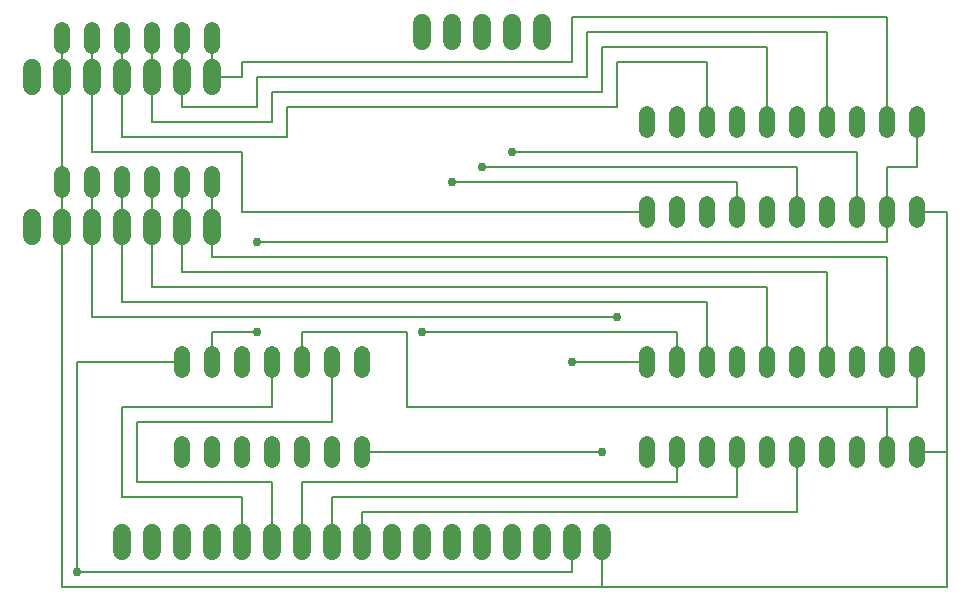
<source format=gbr>
G04 EAGLE Gerber RS-274X export*
G75*
%MOMM*%
%FSLAX34Y34*%
%LPD*%
%INTop Copper*%
%IPPOS*%
%AMOC8*
5,1,8,0,0,1.08239X$1,22.5*%
G01*
%ADD10C,1.320800*%
%ADD11C,1.524000*%
%ADD12C,0.152400*%
%ADD13C,0.756400*%


D10*
X101600Y348996D02*
X101600Y362204D01*
X127000Y362204D02*
X127000Y348996D01*
X152400Y348996D02*
X152400Y362204D01*
X177800Y362204D02*
X177800Y348996D01*
X203200Y348996D02*
X203200Y362204D01*
X228600Y362204D02*
X228600Y348996D01*
X101600Y470916D02*
X101600Y484124D01*
X127000Y484124D02*
X127000Y470916D01*
X152400Y470916D02*
X152400Y484124D01*
X177800Y484124D02*
X177800Y470916D01*
X203200Y470916D02*
X203200Y484124D01*
X228600Y484124D02*
X228600Y470916D01*
X825500Y413004D02*
X825500Y399796D01*
X800100Y399796D02*
X800100Y413004D01*
X673100Y413004D02*
X673100Y399796D01*
X647700Y399796D02*
X647700Y413004D01*
X774700Y413004D02*
X774700Y399796D01*
X749300Y399796D02*
X749300Y413004D01*
X698500Y413004D02*
X698500Y399796D01*
X723900Y399796D02*
X723900Y413004D01*
X622300Y413004D02*
X622300Y399796D01*
X596900Y399796D02*
X596900Y413004D01*
X596900Y336804D02*
X596900Y323596D01*
X622300Y323596D02*
X622300Y336804D01*
X647700Y336804D02*
X647700Y323596D01*
X673100Y323596D02*
X673100Y336804D01*
X698500Y336804D02*
X698500Y323596D01*
X723900Y323596D02*
X723900Y336804D01*
X749300Y336804D02*
X749300Y323596D01*
X774700Y323596D02*
X774700Y336804D01*
X800100Y336804D02*
X800100Y323596D01*
X825500Y323596D02*
X825500Y336804D01*
X355600Y209804D02*
X355600Y196596D01*
X330200Y196596D02*
X330200Y209804D01*
X203200Y209804D02*
X203200Y196596D01*
X203200Y133604D02*
X203200Y120396D01*
X304800Y196596D02*
X304800Y209804D01*
X279400Y209804D02*
X279400Y196596D01*
X228600Y196596D02*
X228600Y209804D01*
X254000Y209804D02*
X254000Y196596D01*
X228600Y133604D02*
X228600Y120396D01*
X254000Y120396D02*
X254000Y133604D01*
X279400Y133604D02*
X279400Y120396D01*
X304800Y120396D02*
X304800Y133604D01*
X330200Y133604D02*
X330200Y120396D01*
X355600Y120396D02*
X355600Y133604D01*
X825500Y196596D02*
X825500Y209804D01*
X800100Y209804D02*
X800100Y196596D01*
X673100Y196596D02*
X673100Y209804D01*
X647700Y209804D02*
X647700Y196596D01*
X774700Y196596D02*
X774700Y209804D01*
X749300Y209804D02*
X749300Y196596D01*
X698500Y196596D02*
X698500Y209804D01*
X723900Y209804D02*
X723900Y196596D01*
X622300Y196596D02*
X622300Y209804D01*
X596900Y209804D02*
X596900Y196596D01*
X596900Y133604D02*
X596900Y120396D01*
X622300Y120396D02*
X622300Y133604D01*
X647700Y133604D02*
X647700Y120396D01*
X673100Y120396D02*
X673100Y133604D01*
X698500Y133604D02*
X698500Y120396D01*
X723900Y120396D02*
X723900Y133604D01*
X749300Y133604D02*
X749300Y120396D01*
X774700Y120396D02*
X774700Y133604D01*
X800100Y133604D02*
X800100Y120396D01*
X825500Y120396D02*
X825500Y133604D01*
D11*
X152400Y58420D02*
X152400Y43180D01*
X177800Y43180D02*
X177800Y58420D01*
X203200Y58420D02*
X203200Y43180D01*
X228600Y43180D02*
X228600Y58420D01*
X254000Y58420D02*
X254000Y43180D01*
X279400Y43180D02*
X279400Y58420D01*
X304800Y58420D02*
X304800Y43180D01*
X330200Y43180D02*
X330200Y58420D01*
X355600Y58420D02*
X355600Y43180D01*
X381000Y43180D02*
X381000Y58420D01*
X406400Y58420D02*
X406400Y43180D01*
X431800Y43180D02*
X431800Y58420D01*
X457200Y58420D02*
X457200Y43180D01*
X482600Y43180D02*
X482600Y58420D01*
X508000Y58420D02*
X508000Y43180D01*
X533400Y43180D02*
X533400Y58420D01*
X558800Y58420D02*
X558800Y43180D01*
X406400Y474980D02*
X406400Y490220D01*
X431800Y490220D02*
X431800Y474980D01*
X457200Y474980D02*
X457200Y490220D01*
X482600Y490220D02*
X482600Y474980D01*
X508000Y474980D02*
X508000Y490220D01*
X76200Y452120D02*
X76200Y436880D01*
X101600Y436880D02*
X101600Y452120D01*
X127000Y452120D02*
X127000Y436880D01*
X152400Y436880D02*
X152400Y452120D01*
X177800Y452120D02*
X177800Y436880D01*
X203200Y436880D02*
X203200Y452120D01*
X228600Y452120D02*
X228600Y436880D01*
X76200Y325120D02*
X76200Y309880D01*
X101600Y309880D02*
X101600Y325120D01*
X127000Y325120D02*
X127000Y309880D01*
X152400Y309880D02*
X152400Y325120D01*
X177800Y325120D02*
X177800Y309880D01*
X203200Y309880D02*
X203200Y325120D01*
X228600Y325120D02*
X228600Y309880D01*
D12*
X279400Y203200D02*
X279400Y165100D01*
X152400Y165100D01*
X152400Y88900D01*
X254000Y88900D01*
X254000Y50800D01*
X330200Y152400D02*
X330200Y203200D01*
X330200Y152400D02*
X165100Y152400D01*
X165100Y101600D01*
X279400Y101600D01*
X279400Y50800D01*
X825500Y368300D02*
X825500Y406400D01*
X825500Y368300D02*
X800100Y368300D01*
X800100Y330200D01*
X228600Y228600D02*
X228600Y203200D01*
X800100Y304800D02*
X800100Y330200D01*
X266700Y228600D02*
X228600Y228600D01*
D13*
X266700Y228600D03*
X266700Y304800D03*
D12*
X800100Y304800D01*
X304800Y101600D02*
X304800Y50800D01*
X622300Y101600D02*
X622300Y127000D01*
X622300Y101600D02*
X304800Y101600D01*
X330200Y88900D02*
X330200Y50800D01*
X330200Y88900D02*
X673100Y88900D01*
X673100Y127000D01*
X355600Y76200D02*
X355600Y50800D01*
X355600Y76200D02*
X723900Y76200D01*
X723900Y127000D01*
D13*
X406400Y228600D03*
D12*
X622300Y228600D01*
X622300Y203200D01*
D13*
X431800Y355600D03*
D12*
X673100Y355600D01*
X673100Y330200D01*
D13*
X457200Y368300D03*
D12*
X723900Y368300D01*
X723900Y330200D01*
X774700Y381000D02*
X482600Y381000D01*
X774700Y381000D02*
X774700Y330200D01*
D13*
X482600Y381000D03*
D12*
X228600Y355600D02*
X228600Y317500D01*
X228600Y292100D01*
X800100Y292100D02*
X800100Y203200D01*
X800100Y292100D02*
X228600Y292100D01*
X203200Y317500D02*
X203200Y355600D01*
X203200Y317500D02*
X203200Y279400D01*
X749300Y279400D01*
X749300Y203200D01*
X177800Y317500D02*
X177800Y355600D01*
X177800Y317500D02*
X177800Y266700D01*
X698500Y266700D02*
X698500Y203200D01*
X698500Y266700D02*
X177800Y266700D01*
X152400Y317500D02*
X152400Y355600D01*
X152400Y317500D02*
X152400Y254000D01*
X647700Y254000D01*
X647700Y203200D01*
X228600Y444500D02*
X228600Y477520D01*
X228600Y444500D02*
X254000Y444500D01*
X254000Y457200D01*
X533400Y457200D01*
X533400Y495300D01*
X800100Y495300D01*
X800100Y406400D01*
X203200Y444500D02*
X203200Y477520D01*
X203200Y444500D02*
X203200Y419100D01*
X266700Y419100D01*
X266700Y444500D01*
X546100Y444500D01*
X546100Y482600D01*
X749300Y482600D01*
X749300Y406400D01*
X177800Y444500D02*
X177800Y477520D01*
X177800Y444500D02*
X177800Y406400D01*
X279400Y406400D01*
X279400Y431800D01*
X558800Y431800D01*
X558800Y469900D01*
X698500Y469900D01*
X698500Y406400D01*
X152400Y444500D02*
X152400Y477520D01*
X152400Y444500D02*
X152400Y393700D01*
X292100Y393700D01*
X292100Y419100D01*
X571500Y419100D01*
X571500Y457200D01*
X647700Y457200D01*
X647700Y406400D01*
X127000Y444500D02*
X127000Y477520D01*
X127000Y444500D02*
X127000Y381000D01*
X254000Y381000D01*
X254000Y330200D01*
X596900Y330200D01*
X304800Y228600D02*
X304800Y203200D01*
X304800Y228600D02*
X393700Y228600D01*
X393700Y165100D01*
X800100Y165100D01*
X825500Y165100D01*
X825500Y203200D01*
X800100Y165100D02*
X800100Y127000D01*
X127000Y317500D02*
X127000Y355600D01*
X127000Y317500D02*
X127000Y241300D01*
D13*
X571500Y241300D03*
D12*
X127000Y241300D01*
X533400Y50800D02*
X533400Y25400D01*
X114300Y25400D01*
D13*
X114300Y25400D03*
D12*
X114300Y203200D02*
X203200Y203200D01*
X114300Y203200D02*
X114300Y25400D01*
X533400Y203200D02*
X596900Y203200D01*
D13*
X533400Y203200D03*
D12*
X101600Y444500D02*
X101600Y477520D01*
X101600Y444500D02*
X101600Y355600D01*
X101600Y317500D01*
X101600Y12700D01*
X558800Y12700D01*
X558800Y50800D01*
X850900Y12700D02*
X850900Y127000D01*
X850900Y12700D02*
X558800Y12700D01*
X825500Y127000D02*
X850900Y127000D01*
X850900Y330200D01*
X825500Y330200D01*
D13*
X558800Y127000D03*
D12*
X355600Y127000D01*
M02*

</source>
